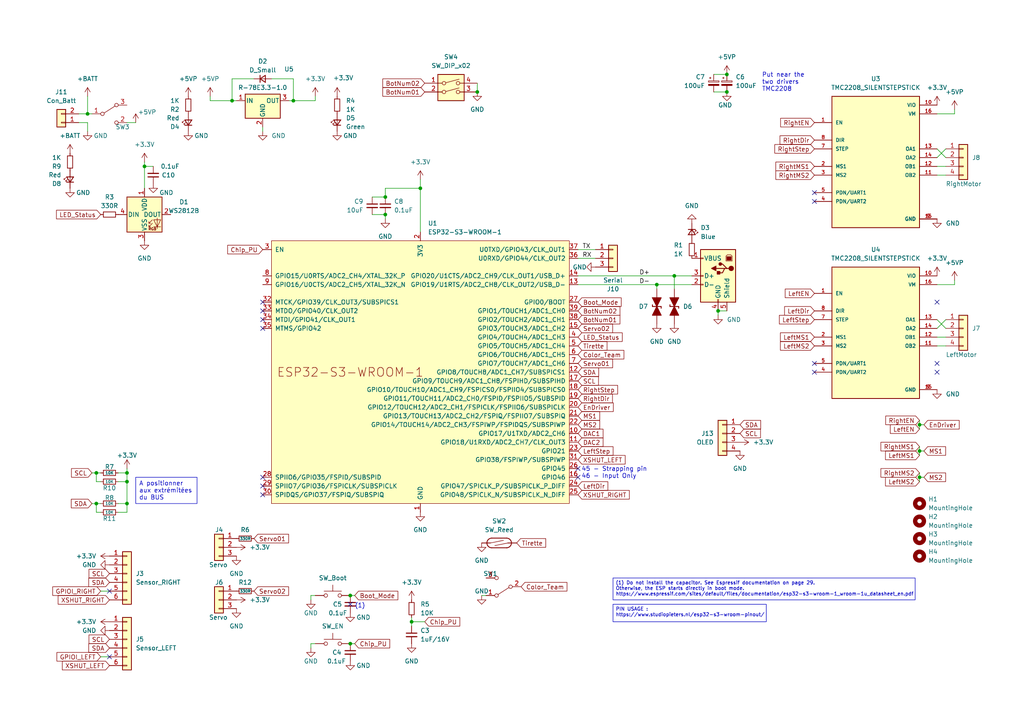
<source format=kicad_sch>
(kicad_sch (version 20231120) (generator "eeschema") (generator_version "8.0")
  (paper "A4")
  (lib_symbols
    (symbol "Connector:USB_B" (pin_names (offset 1.016))
      (property "Reference" "J" (at -5.08 11.43 0))
      (property "Value" "USB_B" (at -5.08 8.89 0))
      (symbol "USB_B_1_1"
        (pin power_out line (at 7.62 5.08 180) (length 2.54) (name "VBUS") (number "1"))
        (pin bidirectional line (at 7.62 -2.54 180) (length 2.54) (name "D-") (number "2"))
        (pin bidirectional line (at 7.62 0 180) (length 2.54) (name "D+") (number "3"))
        (pin power_out line (at 0 -10.16 90) (length 2.54) (name "GND") (number "4"))
        (pin passive line (at -2.54 -10.16 90) (length 2.54) (name "Shield") (number "5"))
      )
    )
    (symbol "Connector_Generic:Conn_01x02" (pin_names (offset 1.016) hide)
      (property "Reference" "J" (at 0 2.54 0))
      (property "Value" "Conn_01x02" (at 0 -5.08 0))
      (symbol "Conn_01x02_1_1"
        (pin passive line (at -5.08 0 0) (length 3.81) (name "Pin_1") (number "1"))
        (pin passive line (at -5.08 -2.54 0) (length 3.81) (name "Pin_2") (number "2"))
      )
    )
    (symbol "Connector_Generic:Conn_01x03" (pin_names (offset 1.016) hide)
      (property "Reference" "J" (at 0 5.08 0))
      (property "Value" "Conn_01x03" (at 0 -5.08 0))
      (symbol "Conn_01x03_1_1"
        (pin passive line (at -5.08 2.54 0) (length 3.81) (name "Pin_1") (number "1"))
        (pin passive line (at -5.08 0 0) (length 3.81) (name "Pin_2") (number "2"))
        (pin passive line (at -5.08 -2.54 0) (length 3.81) (name "Pin_3") (number "3"))
      )
    )
    (symbol "Connector_Generic:Conn_01x04" (pin_names (offset 1.016) hide)
      (property "Reference" "J" (at 0 5.08 0))
      (property "Value" "Conn_01x04" (at 0 -7.62 0))
      (symbol "Conn_01x04_1_1"
        (pin passive line (at -5.08 2.54 0) (length 3.81) (name "Pin_1") (number "1"))
        (pin passive line (at -5.08 0 0) (length 3.81) (name "Pin_2") (number "2"))
        (pin passive line (at -5.08 -2.54 0) (length 3.81) (name "Pin_3") (number "3"))
        (pin passive line (at -5.08 -5.08 0) (length 3.81) (name "Pin_4") (number "4"))
      )
    )
    (symbol "Connector_Generic:Conn_01x06" (pin_names (offset 1.016) hide)
      (property "Reference" "J" (at 0 7.62 0))
      (property "Value" "Conn_01x06" (at 0 -10.16 0))
      (symbol "Conn_01x06_1_1"
        (pin passive line (at -5.08 5.08 0) (length 3.81) (name "Pin_1") (number "1"))
        (pin passive line (at -5.08 2.54 0) (length 3.81) (name "Pin_2") (number "2"))
        (pin passive line (at -5.08 0 0) (length 3.81) (name "Pin_3") (number "3"))
        (pin passive line (at -5.08 -2.54 0) (length 3.81) (name "Pin_4") (number "4"))
        (pin passive line (at -5.08 -5.08 0) (length 3.81) (name "Pin_5") (number "5"))
        (pin passive line (at -5.08 -7.62 0) (length 3.81) (name "Pin_6") (number "6"))
      )
    )
    (symbol "Device:C_Polarized_Small" (pin_numbers hide) (pin_names (offset 0.254) hide)
      (property "Reference" "C" (at 0.254 1.778 0))
      (property "Value" "C_Polarized_Small" (at 0.254 -2.032 0))
      (symbol "C_Polarized_Small_1_1"
        (pin passive line (at 0 2.54 270) (length 1.8542) (name "~") (number "1"))
        (pin passive line (at 0 -2.54 90) (length 1.8542) (name "~") (number "2"))
      )
    )
    (symbol "Device:C_Small" (pin_numbers hide) (pin_names (offset 0.254) hide)
      (property "Reference" "C" (at 0.254 1.778 0))
      (property "Value" "C_Small" (at 0.254 -2.032 0))
      (symbol "C_Small_1_1"
        (pin passive line (at 0 2.54 270) (length 2.032) (name "~") (number "1"))
        (pin passive line (at 0 -2.54 90) (length 2.032) (name "~") (number "2"))
      )
    )
    (symbol "Device:D_Small" (pin_numbers hide) (pin_names (offset 0.254) hide)
      (property "Reference" "D" (at -1.27 2.032 0))
      (property "Value" "D_Small" (at -3.81 -2.032 0))
      (symbol "D_Small_1_1"
        (pin passive line (at -2.54 0 0) (length 1.778) (name "K") (number "1"))
        (pin passive line (at 2.54 0 180) (length 1.778) (name "A") (number "2"))
      )
    )
    (symbol "Device:LED_Small" (pin_numbers hide) (pin_names (offset 0.254) hide)
      (property "Reference" "D" (at -1.27 3.175 0))
      (property "Value" "LED_Small" (at -4.445 -2.54 0))
      (symbol "LED_Small_1_1"
        (pin passive line (at -2.54 0 0) (length 1.778) (name "K") (number "1"))
        (pin passive line (at 2.54 0 180) (length 1.778) (name "A") (number "2"))
      )
    )
    (symbol "Device:R_Small" (pin_numbers hide) (pin_names (offset 0.254) hide)
      (property "Reference" "R" (at 0.762 0.508 0))
      (property "Value" "R_Small" (at 0.762 -1.016 0))
      (symbol "R_Small_1_1"
        (pin passive line (at 0 2.54 270) (length 0.762) (name "~") (number "1"))
        (pin passive line (at 0 -2.54 90) (length 0.762) (name "~") (number "2"))
      )
    )
    (symbol "LED:WS2812B" (pin_names (offset 0.254))
      (property "Reference" "D" (at 5.08 5.715 0))
      (property "Value" "WS2812B" (at 1.27 -5.715 0))
      (symbol "WS2812B_0_0"
        (text "RGB" (at 2.286 -4.191 0) (effects (font (size 0.762 0.762))))
      )
      (symbol "WS2812B_1_1"
        (pin power_in line (at 0 7.62 270) (length 2.54) (name "VDD") (number "1"))
        (pin output line (at 7.62 0 180) (length 2.54) (name "DOUT") (number "2"))
        (pin power_in line (at 0 -7.62 90) (length 2.54) (name "VSS") (number "3"))
        (pin input line (at -7.62 0 0) (length 2.54) (name "DIN") (number "4"))
      )
    )
    (symbol "Mechanical:MountingHole" (pin_names (offset 1.016))
      (property "Reference" "H" (at 0 5.08 0))
      (property "Value" "MountingHole" (at 0 3.175 0))
    )
    (symbol "PAMI-2025:TMC2208_SILENTSTEPSTICK" (pin_names (offset 1.016))
      (property "Reference" "U" (at -12.7 19.05 0))
      (property "Value" "TMC2208_SILENTSTEPSTICK" (at -12.7 -22.86 0))
      (symbol "TMC2208_SILENTSTEPSTICK_1_0"
        (pin input line (at -17.78 10.16 0) (length 5.08) (name "EN") (number "1"))
        (pin power_in line (at 17.78 15.24 180) (length 5.08) (name "VIO") (number "10"))
        (pin passive line (at 17.78 -5.08 180) (length 5.08) (name "OB2") (number "11"))
        (pin passive line (at 17.78 -2.54 180) (length 5.08) (name "OB1") (number "12"))
        (pin passive line (at 17.78 2.54 180) (length 5.08) (name "OA1") (number "13"))
        (pin passive line (at 17.78 0 180) (length 5.08) (name "OA2") (number "14"))
        (pin power_in line (at 17.78 -17.78 180) (length 5.08) (name "GND") (number "15"))
        (pin power_in line (at 17.78 12.7 180) (length 5.08) (name "VM") (number "16"))
        (pin input line (at -17.78 -2.54 0) (length 5.08) (name "MS1") (number "2"))
        (pin input line (at -17.78 -5.08 0) (length 5.08) (name "MS2") (number "3"))
        (pin bidirectional line (at -17.78 -12.7 0) (length 5.08) (name "PDN/UART2") (number "4"))
        (pin bidirectional line (at -17.78 -10.16 0) (length 5.08) (name "PDN/UART1") (number "5"))
        (pin input line (at -17.78 2.54 0) (length 5.08) (name "STEP") (number "7"))
        (pin input line (at -17.78 5.08 0) (length 5.08) (name "DIR") (number "8"))
        (pin power_in line (at 17.78 -17.78 180) (length 5.08) (name "GND") (number "9"))
      )
    )
    (symbol "PCM_Diode_TVS_AKL:D_TVS_Bidirectional_Generic" (pin_numbers hide) (pin_names (offset 1.016) hide)
      (property "Reference" "D" (at 0 5.08 0))
      (property "Value" "D_TVS_Bidirectional_Generic" (at 0 2.54 0))
      (symbol "D_TVS_Bidirectional_Generic_1_1"
        (pin passive line (at -5.08 0 0) (length 2.54) (name "K") (number "1"))
        (pin passive line (at 5.08 0 180) (length 2.54) (name "A") (number "2"))
      )
    )
    (symbol "PCM_Espressif:ESP32-S3-WROOM-1" (pin_names (offset 1.016))
      (property "Reference" "U" (at -43.18 43.18 0))
      (property "Value" "ESP32-S3-WROOM-1" (at -43.18 40.64 0))
      (symbol "ESP32-S3-WROOM-1_0_0"
        (text "ESP32-S3-WROOM-1" (at -20.32 0 0) (effects (font (size 2.54 2.54))))
        (pin power_in line (at 0 -40.64 90) (length 2.54) (name "GND") (number "1"))
        (pin bidirectional line (at 45.72 -17.78 180) (length 2.54) (name "GPIO17/U1TXD/ADC2_CH6") (number "10"))
        (pin bidirectional line (at 45.72 -20.32 180) (length 2.54) (name "GPIO18/U1RXD/ADC2_CH7/CLK_OUT3") (number "11"))
        (pin bidirectional line (at 45.72 0 180) (length 2.54) (name "GPIO8/TOUCH8/ADC1_CH7/SUBSPICS1") (number "12"))
        (pin bidirectional line (at 45.72 25.4 180) (length 2.54) (name "GPIO19/U1RTS/ADC2_CH8/CLK_OUT2/USB_D-") (number "13"))
        (pin bidirectional line (at 45.72 27.94 180) (length 2.54) (name "GPIO20/U1CTS/ADC2_CH9/CLK_OUT1/USB_D+") (number "14"))
        (pin bidirectional line (at 45.72 12.7 180) (length 2.54) (name "GPIO3/TOUCH3/ADC1_CH2") (number "15"))
        (pin bidirectional line (at 45.72 -30.48 180) (length 2.54) (name "GPIO46") (number "16"))
        (pin bidirectional line (at 45.72 -2.54 180) (length 2.54) (name "GPIO9/TOUCH9/ADC1_CH8/FSPIHD/SUBSPIHD") (number "17"))
        (pin bidirectional line (at 45.72 -5.08 180) (length 2.54) (name "GPIO10/TOUCH10/ADC1_CH9/FSPICS0/FSPIIO4/SUBSPICS0") (number "18"))
        (pin bidirectional line (at 45.72 -7.62 180) (length 2.54) (name "GPIO11/TOUCH11/ADC2_CH0/FSPID/FSPIIO5/SUBSPID") (number "19"))
        (pin power_in line (at 0 40.64 270) (length 2.54) (name "3V3") (number "2"))
        (pin bidirectional line (at 45.72 -10.16 180) (length 2.54) (name "GPIO12/TOUCH12/ADC2_CH1/FSPICLK/FSPIIO6/SUBSPICLK") (number "20"))
        (pin bidirectional line (at 45.72 -12.7 180) (length 2.54) (name "GPIO13/TOUCH13/ADC2_CH2/FSPIQ/FSPIIO7/SUBSPIQ") (number "21"))
        (pin bidirectional line (at 45.72 -15.24 180) (length 2.54) (name "GPIO14/TOUCH14/ADC2_CH3/FSPIWP/FSPIDQS/SUBSPIWP") (number "22"))
        (pin bidirectional line (at 45.72 -22.86 180) (length 2.54) (name "GPIO21") (number "23"))
        (pin bidirectional line (at 45.72 -33.02 180) (length 2.54) (name "GPIO47/SPICLK_P/SUBSPICLK_P_DIFF") (number "24"))
        (pin bidirectional line (at 45.72 -35.56 180) (length 2.54) (name "GPIO48/SPICLK_N/SUBSPICLK_N_DIFF") (number "25"))
        (pin bidirectional line (at 45.72 -27.94 180) (length 2.54) (name "GPIO45") (number "26"))
        (pin bidirectional line (at 45.72 20.32 180) (length 2.54) (name "GPIO0/BOOT") (number "27"))
        (pin bidirectional line (at -45.72 -30.48 0) (length 2.54) (name "SPIIO6/GPIO35/FSPID/SUBSPID") (number "28"))
        (pin bidirectional line (at -45.72 -33.02 0) (length 2.54) (name "SPIIO7/GPIO36/FSPICLK/SUBSPICLK") (number "29"))
        (pin input line (at -45.72 35.56 0) (length 2.54) (name "EN") (number "3"))
        (pin bidirectional line (at -45.72 -35.56 0) (length 2.54) (name "SPIDQS/GPIO37/FSPIQ/SUBSPIQ") (number "30"))
        (pin bidirectional line (at 45.72 -25.4 180) (length 2.54) (name "GPIO38/FSPIWP/SUBSPIWP") (number "31"))
        (pin bidirectional line (at -45.72 20.32 0) (length 2.54) (name "MTCK/GPIO39/CLK_OUT3/SUBSPICS1") (number "32"))
        (pin bidirectional line (at -45.72 17.78 0) (length 2.54) (name "MTDO/GPIO40/CLK_OUT2") (number "33"))
        (pin bidirectional line (at -45.72 15.24 0) (length 2.54) (name "MTDI/GPIO41/CLK_OUT1") (number "34"))
        (pin bidirectional line (at -45.72 12.7 0) (length 2.54) (name "MTMS/GPIO42") (number "35"))
        (pin bidirectional line (at 45.72 33.02 180) (length 2.54) (name "U0RXD/GPIO44/CLK_OUT2") (number "36"))
        (pin bidirectional line (at 45.72 35.56 180) (length 2.54) (name "U0TXD/GPIO43/CLK_OUT1") (number "37"))
        (pin bidirectional line (at 45.72 15.24 180) (length 2.54) (name "GPIO2/TOUCH2/ADC1_CH1") (number "38"))
        (pin bidirectional line (at 45.72 17.78 180) (length 2.54) (name "GPIO1/TOUCH1/ADC1_CH0") (number "39"))
        (pin bidirectional line (at 45.72 10.16 180) (length 2.54) (name "GPIO4/TOUCH4/ADC1_CH3") (number "4"))
        (pin passive line (at 0 -40.64 90) (length 2.54) hide (name "GND") (number "40"))
        (pin passive line (at 0 -40.64 90) (length 2.54) hide (name "GND") (number "41"))
        (pin bidirectional line (at 45.72 7.62 180) (length 2.54) (name "GPIO5/TOUCH5/ADC1_CH4") (number "5"))
        (pin bidirectional line (at 45.72 5.08 180) (length 2.54) (name "GPIO6/TOUCH6/ADC1_CH5") (number "6"))
        (pin bidirectional line (at 45.72 2.54 180) (length 2.54) (name "GPIO7/TOUCH7/ADC1_CH6") (number "7"))
        (pin bidirectional line (at -45.72 27.94 0) (length 2.54) (name "GPIO15/U0RTS/ADC2_CH4/XTAL_32K_P") (number "8"))
        (pin bidirectional line (at -45.72 25.4 0) (length 2.54) (name "GPIO16/U0CTS/ADC2_CH5/XTAL_32K_N") (number "9"))
      )
    )
    (symbol "Regulator_Switching:R-78E3.3-1.0" (pin_names (offset 0.254))
      (property "Reference" "U" (at -3.81 3.175 0))
      (property "Value" "R-78E3.3-1.0" (at 0 3.175 0))
      (symbol "R-78E3.3-1.0_1_1"
        (pin power_in line (at -7.62 0 0) (length 2.54) (name "IN") (number "1"))
        (pin power_in line (at 0 -7.62 90) (length 2.54) (name "GND") (number "2"))
        (pin power_out line (at 7.62 0 180) (length 2.54) (name "OUT") (number "3"))
      )
    )
    (symbol "SW_SPDT_1" (pin_names (offset 0) hide)
      (property "Reference" "SW3" (at 3.81 -3.81 0))
      (symbol "SW_SPDT_1_1_1"
        (pin passive line (at -5.08 0 0) (length 2.54) (name "B") (number "1"))
        (pin passive line (at 5.08 -2.54 180) (length 2.54) (name "C") (number "2"))
        (pin passive line (at 5.08 2.54 180) (length 2.54) (name "A") (number "3"))
      )
    )
    (symbol "Switch:SW_DIP_x02" (pin_names (offset 0) hide)
      (property "Reference" "SW" (at 0 6.35 0))
      (property "Value" "SW_DIP_x02" (at 0 -3.81 0))
      (symbol "SW_DIP_x02_1_1"
        (pin passive line (at -7.62 2.54 0) (length 5.08) (name "~") (number "1"))
        (pin passive line (at -7.62 0 0) (length 5.08) (name "~") (number "2"))
        (pin passive line (at 7.62 0 180) (length 5.08) (name "~") (number "3"))
        (pin passive line (at 7.62 2.54 180) (length 5.08) (name "~") (number "4"))
      )
    )
    (symbol "Switch:SW_Push" (pin_numbers hide) (pin_names (offset 1.016) hide)
      (property "Reference" "SW" (at 1.27 2.54 0))
      (property "Value" "SW_Push" (at 0 -1.524 0))
      (symbol "SW_Push_0_1"
        (pin passive line (at -5.08 0 0) (length 2.54) (name "1") (number "1"))
        (pin passive line (at 5.08 0 180) (length 2.54) (name "2") (number "2"))
      )
    )
    (symbol "Switch:SW_Reed" (pin_numbers hide) (pin_names (offset 0) hide)
      (property "Reference" "SW" (at 0 2.54 0))
      (property "Value" "SW_Reed" (at 0 -2.54 0))
      (symbol "SW_Reed_1_1"
        (pin passive line (at -5.08 0 0) (length 2.54) (name "1") (number "1"))
        (pin passive line (at 5.08 0 180) (length 2.54) (name "2") (number "2"))
      )
    )
    (symbol "Switch:SW_SPDT" (pin_names (offset 0) hide)
      (property "Reference" "SW" (at 0 4.318 0))
      (property "Value" "SW_SPDT" (at 0 -5.08 0))
      (symbol "SW_SPDT_1_1"
        (pin passive line (at 5.08 2.54 180) (length 2.54) (name "A") (number "1"))
        (pin passive line (at -5.08 0 0) (length 2.54) (name "B") (number "2"))
        (pin passive line (at 5.08 -2.54 180) (length 2.54) (name "C") (number "3"))
      )
    )
    (symbol "power:+3.3V" (power) (pin_names (offset 0))
      (property "Value" "+3.3V" (at 0 3.556 0))
      (symbol "+3.3V_1_1"
        (pin power_in line (at 0 0 90) (length 0) hide (name "+3.3V") (number "1"))
      )
    )
    (symbol "power:+5VP" (power) (pin_names (offset 0))
      (property "Value" "+5VP" (at 0 3.556 0))
      (symbol "+5VP_1_1"
        (pin power_in line (at 0 0 90) (length 0) hide (name "+5VP") (number "1"))
      )
    )
    (symbol "power:+BATT" (power) (pin_names (offset 0))
      (property "Value" "+BATT" (at 0 3.556 0))
      (symbol "+BATT_1_1"
        (pin power_in line (at 0 0 90) (length 0) hide (name "+BATT") (number "1"))
      )
    )
    (symbol "power:GND" (power) (pin_names (offset 0))
      (property "Value" "GND" (at 0 -3.81 0))
      (symbol "GND_1_1"
        (pin power_in line (at 0 0 270) (length 0) hide (name "GND") (number "1"))
      )
    )
  )
  (junction (at 190.5 82.55))
  (junction (at 27.94 137.16))
  (junction (at 195.58 80.01))
  (junction (at 67.31 29.21))
  (junction (at 36.83 137.16))
  (junction (at 138.43 26.67))
  (junction (at 85.09 29.21))
  (junction (at 111.76 57.15))
  (junction (at 111.76 62.23))
  (junction (at 101.6 172.72))
  (junction (at 208.28 90.17))
  (junction (at 25.4 33.02))
  (junction (at 41.91 48.26))
  (junction (at 121.92 54.61))
  (junction (at 36.83 139.7))
  (junction (at 210.82 26.67))
  (junction (at 266.7 130.81))
  (junction (at 119.38 180.34))
  (junction (at 210.82 21.59))
  (junction (at 27.94 146.05))
  (junction (at 101.6 186.69))
  (junction (at 36.83 146.05))
  (junction (at 266.7 138.43))
  (junction (at 266.7 123.19))
  (no_connect (at 236.22 105.41))
  (no_connect (at 236.22 58.42))
  (no_connect (at 76.2 92.71))
  (no_connect (at 76.2 140.97))
  (no_connect (at 76.2 90.17))
  (no_connect (at 31.75 190.5))
  (no_connect (at 236.22 55.88))
  (no_connect (at 31.75 171.45))
  (no_connect (at 167.64 135.89))
  (no_connect (at 76.2 87.63))
  (no_connect (at 271.78 105.41))
  (no_connect (at 76.2 138.43))
  (no_connect (at 101.6 175.26))
  (no_connect (at 271.78 87.63))
  (no_connect (at 236.22 107.95))
  (no_connect (at 271.78 107.95))
  (no_connect (at 76.2 143.51))
  (no_connect (at 76.2 95.25))
  (no_connect (at 167.64 138.43))
  (wire (pts (xy 85.09 22.86) (xy 85.09 29.21)))
  (wire (pts (xy 36.83 137.16) (xy 36.83 139.7)))
  (wire (pts (xy 29.21 171.45) (xy 31.75 171.45)))
  (wire (pts (xy 119.38 180.34) (xy 119.38 181.61)))
  (wire (pts (xy 266.7 123.19) (xy 266.7 124.46)))
  (wire (pts (xy 138.43 24.13) (xy 138.43 26.67)))
  (wire (pts (xy 276.86 81.28) (xy 276.86 82.55)))
  (wire (pts (xy 90.17 172.72) (xy 91.44 172.72)))
  (wire (pts (xy 78.74 22.86) (xy 85.09 22.86)))
  (wire (pts (xy 119.38 179.07) (xy 119.38 180.34)))
  (wire (pts (xy 276.86 33.02) (xy 271.78 33.02)))
  (wire (pts (xy 107.95 62.23) (xy 111.76 62.23)))
  (wire (pts (xy 276.86 31.75) (xy 276.86 33.02)))
  (wire (pts (xy 111.76 57.15) (xy 111.76 54.61)))
  (wire (pts (xy 208.28 90.17) (xy 210.82 90.17)))
  (wire (pts (xy 27.94 139.7) (xy 27.94 137.16)))
  (wire (pts (xy 29.21 148.59) (xy 27.94 148.59)))
  (wire (pts (xy 207.01 26.67) (xy 210.82 26.67)))
  (wire (pts (xy 190.5 83.82) (xy 190.5 82.55)))
  (wire (pts (xy 41.91 46.99) (xy 41.91 48.26)))
  (wire (pts (xy 101.6 172.72) (xy 102.87 172.72)))
  (wire (pts (xy 73.66 22.86) (xy 67.31 22.86)))
  (wire (pts (xy 266.7 138.43) (xy 267.97 138.43)))
  (wire (pts (xy 195.58 80.01) (xy 200.66 80.01)))
  (wire (pts (xy 207.01 21.59) (xy 210.82 21.59)))
  (wire (pts (xy 271.78 92.71) (xy 274.32 95.25)))
  (wire (pts (xy 41.91 48.26) (xy 44.45 48.26)))
  (wire (pts (xy 25.4 33.02) (xy 26.67 33.02)))
  (wire (pts (xy 139.7 172.72) (xy 140.97 172.72)))
  (wire (pts (xy 29.21 139.7) (xy 27.94 139.7)))
  (wire (pts (xy 26.67 146.05) (xy 27.94 146.05)))
  (wire (pts (xy 36.83 139.7) (xy 36.83 146.05)))
  (wire (pts (xy 121.92 52.07) (xy 121.92 54.61)))
  (wire (pts (xy 167.64 82.55) (xy 190.5 82.55)))
  (wire (pts (xy 90.17 186.69) (xy 91.44 186.69)))
  (wire (pts (xy 36.83 148.59) (xy 36.83 146.05)))
  (wire (pts (xy 266.7 129.54) (xy 266.7 130.81)))
  (wire (pts (xy 60.96 27.94) (xy 60.96 29.21)))
  (wire (pts (xy 266.7 123.19) (xy 267.97 123.19)))
  (wire (pts (xy 266.7 137.16) (xy 266.7 138.43)))
  (wire (pts (xy 85.09 29.21) (xy 91.44 29.21)))
  (wire (pts (xy 195.58 83.82) (xy 195.58 80.01)))
  (wire (pts (xy 22.86 33.02) (xy 25.4 33.02)))
  (wire (pts (xy 271.78 95.25) (xy 274.32 92.71)))
  (wire (pts (xy 119.38 180.34) (xy 123.19 180.34)))
  (wire (pts (xy 121.92 54.61) (xy 121.92 67.31)))
  (wire (pts (xy 41.91 48.26) (xy 41.91 54.61)))
  (wire (pts (xy 266.7 130.81) (xy 266.7 132.08)))
  (wire (pts (xy 271.78 97.79) (xy 274.32 97.79)))
  (wire (pts (xy 271.78 45.72) (xy 274.32 43.18)))
  (wire (pts (xy 25.4 35.56) (xy 25.4 38.1)))
  (wire (pts (xy 271.78 100.33) (xy 274.32 100.33)))
  (wire (pts (xy 91.44 29.21) (xy 91.44 27.94)))
  (wire (pts (xy 34.29 139.7) (xy 36.83 139.7)))
  (wire (pts (xy 167.64 72.39) (xy 172.72 72.39)))
  (wire (pts (xy 34.29 146.05) (xy 36.83 146.05)))
  (wire (pts (xy 111.76 54.61) (xy 121.92 54.61)))
  (wire (pts (xy 76.2 36.83) (xy 76.2 38.1)))
  (wire (pts (xy 25.4 35.56) (xy 22.86 35.56)))
  (wire (pts (xy 266.7 130.81) (xy 267.97 130.81)))
  (wire (pts (xy 167.64 74.93) (xy 172.72 74.93)))
  (wire (pts (xy 83.82 29.21) (xy 85.09 29.21)))
  (wire (pts (xy 36.83 135.89) (xy 36.83 137.16)))
  (wire (pts (xy 90.17 172.72) (xy 90.17 173.99)))
  (wire (pts (xy 90.17 187.96) (xy 90.17 186.69)))
  (wire (pts (xy 271.78 48.26) (xy 274.32 48.26)))
  (wire (pts (xy 266.7 121.92) (xy 266.7 123.19)))
  (wire (pts (xy 27.94 146.05) (xy 29.21 146.05)))
  (wire (pts (xy 60.96 29.21) (xy 67.31 29.21)))
  (wire (pts (xy 167.64 80.01) (xy 195.58 80.01)))
  (wire (pts (xy 25.4 27.94) (xy 25.4 33.02)))
  (wire (pts (xy 208.28 90.17) (xy 208.28 91.44)))
  (wire (pts (xy 101.6 186.69) (xy 102.87 186.69)))
  (wire (pts (xy 27.94 148.59) (xy 27.94 146.05)))
  (wire (pts (xy 271.78 43.18) (xy 274.32 45.72)))
  (wire (pts (xy 266.7 138.43) (xy 266.7 139.7)))
  (wire (pts (xy 26.67 137.16) (xy 27.94 137.16)))
  (wire (pts (xy 27.94 137.16) (xy 29.21 137.16)))
  (wire (pts (xy 67.31 22.86) (xy 67.31 29.21)))
  (wire (pts (xy 34.29 137.16) (xy 36.83 137.16)))
  (wire (pts (xy 111.76 62.23) (xy 111.76 63.5)))
  (wire (pts (xy 276.86 82.55) (xy 271.78 82.55)))
  (wire (pts (xy 29.21 190.5) (xy 31.75 190.5)))
  (wire (pts (xy 271.78 50.8) (xy 274.32 50.8)))
  (wire (pts (xy 190.5 82.55) (xy 200.66 82.55)))
  (wire (pts (xy 107.95 57.15) (xy 111.76 57.15)))
  (wire (pts (xy 34.29 148.59) (xy 36.83 148.59)))
  (wire (pts (xy 39.37 35.56) (xy 36.83 35.56)))
  (wire (pts (xy 67.31 29.21) (xy 68.58 29.21)))
  (text_box "PIN USAGE : https://www.studiopieters.nl/esp32-s3-wroom-pinout/" (at 177.8 175.26 0) (size 44.45 5.08) (effects (font (size 1 1)) (justify left top)))
  (text_box "A positionner aux extrémitées du BUS" (at 39.37 138.43 0) (size 17.78 7.62) (effects (font (size 1.27 1.27)) (justify left top)))
  (text_box "(1) Do not install the capacitor. See Espressif documentation on page 29.\nOtherwise, the ESP starts directly in boot mode.\nhttps://www.espressif.com/sites/default/files/documentation/esp32-s3-wroom-1_wroom-1u_datasheet_en.pdf" (at 177.8 167.64 0) (size 87.63 6.35) (effects (font (size 1 1)) (justify left top)))
  (text "Put near the \ntwo drivers\nTMC2208" (at 220.98 26.67 0) (effects (font (size 1.27 1.27)) (justify left bottom)))
  (text "(1)" (at 102.87 176.53 0) (effects (font (size 1.27 1.27)) (justify left bottom)))
  (text "45 - Strapping pin\n46 - Input Only" (at 168.6558 138.9382 0) (effects (font (size 1.27 1.27)) (justify left bottom)))
  (label "D-" (at 185.42 82.55 0))
  (label "D+" (at 185.42 80.01 0))
  (label "TX" (at 168.91 72.39 0))
  (label "RX" (at 168.91 74.93 0))
  (global_label "EnDriver" (shape input) (at 167.64 118.11 0) (property "Intersheetrefs" "${INTERSHEET_REFS}" (effects (hide yes))))
  (global_label "LeftEN" (shape input) (at 266.7 124.46 180) (property "Intersheetrefs" "${INTERSHEET_REFS}" (effects (hide yes))))
  (global_label "SDA" (shape input) (at 214.63 123.19 0) (property "Intersheetrefs" "${INTERSHEET_REFS}" (effects (hide yes))))
  (global_label "DAC1" (shape input) (at 167.64 125.73 0) (property "Intersheetrefs" "${INTERSHEET_REFS}" (effects (hide yes))))
  (global_label "MS2" (shape input) (at 167.64 123.19 0) (property "Intersheetrefs" "${INTERSHEET_REFS}" (effects (hide yes))))
  (global_label "Servo02" (shape input) (at 167.64 95.25 0) (property "Intersheetrefs" "${INTERSHEET_REFS}" (effects (hide yes))))
  (global_label "Servo02" (shape input) (at 73.66 171.45 0) (property "Intersheetrefs" "${INTERSHEET_REFS}" (effects (hide yes))))
  (global_label "Tirette" (shape input) (at 149.86 157.48 0) (property "Intersheetrefs" "${INTERSHEET_REFS}" (effects (hide yes))))
  (global_label "SDA" (shape input) (at 26.67 146.05 180) (property "Intersheetrefs" "${INTERSHEET_REFS}" (effects (hide yes))))
  (global_label "MS1" (shape input) (at 167.64 120.65 0) (property "Intersheetrefs" "${INTERSHEET_REFS}" (effects (hide yes))))
  (global_label "LED_Status" (shape input) (at 29.21 62.23 180) (property "Intersheetrefs" "${INTERSHEET_REFS}" (effects (hide yes))))
  (global_label "RightMS1" (shape input) (at 236.22 48.26 180) (property "Intersheetrefs" "${INTERSHEET_REFS}" (effects (hide yes))))
  (global_label "LeftEN" (shape input) (at 236.22 85.09 180) (property "Intersheetrefs" "${INTERSHEET_REFS}" (effects (hide yes))))
  (global_label "Boot_Mode" (shape input) (at 102.87 172.72 0) (property "Intersheetrefs" "${INTERSHEET_REFS}" (effects (hide yes))))
  (global_label "LeftDir" (shape input) (at 236.22 90.17 180) (property "Intersheetrefs" "${INTERSHEET_REFS}" (effects (hide yes))))
  (global_label "Servo01" (shape input) (at 73.66 156.21 0) (property "Intersheetrefs" "${INTERSHEET_REFS}" (effects (hide yes))))
  (global_label "LeftMS2" (shape input) (at 236.22 100.33 180) (property "Intersheetrefs" "${INTERSHEET_REFS}" (effects (hide yes))))
  (global_label "Chip_PU" (shape input) (at 102.87 186.69 0) (property "Intersheetrefs" "${INTERSHEET_REFS}" (effects (hide yes))))
  (global_label "BotNum02" (shape input) (at 123.19 24.13 180) (property "Intersheetrefs" "${INTERSHEET_REFS}" (effects (hide yes))))
  (global_label "SCL" (shape input) (at 26.67 137.16 180) (property "Intersheetrefs" "${INTERSHEET_REFS}" (effects (hide yes))))
  (global_label "BotNum01" (shape input) (at 167.64 92.71 0) (property "Intersheetrefs" "${INTERSHEET_REFS}" (effects (hide yes))))
  (global_label "MS2" (shape input) (at 267.97 138.43 0) (property "Intersheetrefs" "${INTERSHEET_REFS}" (effects (hide yes))))
  (global_label "RightEN" (shape input) (at 236.22 35.56 180) (property "Intersheetrefs" "${INTERSHEET_REFS}" (effects (hide yes))))
  (global_label "GPIOI_LEFT" (shape input) (at 29.21 190.5 180) (property "Intersheetrefs" "${INTERSHEET_REFS}" (effects (hide yes))))
  (global_label "RightMS1" (shape input) (at 266.7 129.54 180) (property "Intersheetrefs" "${INTERSHEET_REFS}" (effects (hide yes))))
  (global_label "SCL" (shape input) (at 167.64 110.49 0) (property "Intersheetrefs" "${INTERSHEET_REFS}" (effects (hide yes))))
  (global_label "SDA" (shape input) (at 31.75 187.96 180) (property "Intersheetrefs" "${INTERSHEET_REFS}" (effects (hide yes))))
  (global_label "Tirette" (shape input) (at 167.64 100.33 0) (property "Intersheetrefs" "${INTERSHEET_REFS}" (effects (hide yes))))
  (global_label "DAC2" (shape input) (at 167.64 128.27 0) (property "Intersheetrefs" "${INTERSHEET_REFS}" (effects (hide yes))))
  (global_label "RightMS2" (shape input) (at 266.7 137.16 180) (property "Intersheetrefs" "${INTERSHEET_REFS}" (effects (hide yes))))
  (global_label "EnDriver" (shape input) (at 267.97 123.19 0) (property "Intersheetrefs" "${INTERSHEET_REFS}" (effects (hide yes))))
  (global_label "XSHUT_RIGHT" (shape input) (at 167.64 143.51 0) (property "Intersheetrefs" "${INTERSHEET_REFS}" (effects (hide yes))))
  (global_label "XSHUT_LEFT" (shape input) (at 31.75 193.04 180) (property "Intersheetrefs" "${INTERSHEET_REFS}" (effects (hide yes))))
  (global_label "SCL" (shape input) (at 31.75 166.37 180) (property "Intersheetrefs" "${INTERSHEET_REFS}" (effects (hide yes))))
  (global_label "XSHUT_RIGHT" (shape input) (at 31.75 173.99 180) (property "Intersheetrefs" "${INTERSHEET_REFS}" (effects (hide yes))))
  (global_label "LeftStep" (shape input) (at 236.22 92.71 180) (property "Intersheetrefs" "${INTERSHEET_REFS}" (effects (hide yes))))
  (global_label "RightMS2" (shape input) (at 236.22 50.8 180) (property "Intersheetrefs" "${INTERSHEET_REFS}" (effects (hide yes))))
  (global_label "LeftMS1" (shape input) (at 266.7 132.08 180) (property "Intersheetrefs" "${INTERSHEET_REFS}" (effects (hide yes))))
  (global_label "RightEN" (shape input) (at 266.7 121.92 180) (property "Intersheetrefs" "${INTERSHEET_REFS}" (effects (hide yes))))
  (global_label "Boot_Mode" (shape input) (at 167.64 87.63 0) (property "Intersheetrefs" "${INTERSHEET_REFS}" (effects (hide yes))))
  (global_label "LeftStep" (shape input) (at 167.64 130.81 0) (property "Intersheetrefs" "${INTERSHEET_REFS}" (effects (hide yes))))
  (global_label "LeftMS2" (shape input) (at 266.7 139.7 180) (property "Intersheetrefs" "${INTERSHEET_REFS}" (effects (hide yes))))
  (global_label "SCL" (shape input) (at 214.63 125.73 0) (property "Intersheetrefs" "${INTERSHEET_REFS}" (effects (hide yes))))
  (global_label "RightStep" (shape input) (at 167.64 113.03 0) (property "Intersheetrefs" "${INTERSHEET_REFS}" (effects (hide yes))))
  (global_label "Chip_PU" (shape input) (at 76.2 72.39 180) (property "Intersheetrefs" "${INTERSHEET_REFS}" (effects (hide yes))))
  (global_label "RightDir" (shape input) (at 167.64 115.57 0) (property "Intersheetrefs" "${INTERSHEET_REFS}" (effects (hide yes))))
  (global_label "BotNum02" (shape input) (at 167.64 90.17 0) (property "Intersheetrefs" "${INTERSHEET_REFS}" (effects (hide yes))))
  (global_label "Servo01" (shape input) (at 167.64 105.41 0) (property "Intersheetrefs" "${INTERSHEET_REFS}" (effects (hide yes))))
  (global_label "RightDir" (shape input) (at 236.22 40.64 180) (property "Intersheetrefs" "${INTERSHEET_REFS}" (effects (hide yes))))
  (global_label "MS1" (shape input) (at 267.97 130.81 0) (property "Intersheetrefs" "${INTERSHEET_REFS}" (effects (hide yes))))
  (global_label "LeftDir" (shape input) (at 167.64 140.97 0) (property "Intersheetrefs" "${INTERSHEET_REFS}" (effects (hide yes))))
  (global_label "GPIOI_RIGHT" (shape input) (at 29.21 171.45 180) (property "Intersheetrefs" "${INTERSHEET_REFS}" (effects (hide yes))))
  (global_label "XSHUT_LEFT" (shape input) (at 167.64 133.35 0) (property "Intersheetrefs" "${INTERSHEET_REFS}" (effects (hide yes))))
  (global_label "SCL" (shape input) (at 31.75 185.42 180) (property "Intersheetrefs" "${INTERSHEET_REFS}" (effects (hide yes))))
  (global_label "LED_Status" (shape input) (at 167.64 97.79 0) (property "Intersheetrefs" "${INTERSHEET_REFS}" (effects (hide yes))))
  (global_label "Chip_PU" (shape input) (at 123.19 180.34 0) (property "Intersheetrefs" "${INTERSHEET_REFS}" (effects (hide yes))))
  (global_label "Color_Team" (shape input) (at 167.64 102.87 0) (property "Intersheetrefs" "${INTERSHEET_REFS}" (effects (hide yes))))
  (global_label "RightStep" (shape input) (at 236.22 43.18 180) (property "Intersheetrefs" "${INTERSHEET_REFS}" (effects (hide yes))))
  (global_label "LeftMS1" (shape input) (at 236.22 97.79 180) (property "Intersheetrefs" "${INTERSHEET_REFS}" (effects (hide yes))))
  (global_label "BotNum01" (shape input) (at 123.19 26.67 180) (property "Intersheetrefs" "${INTERSHEET_REFS}" (effects (hide yes))))
  (global_label "SDA" (shape input) (at 31.75 168.91 180) (property "Intersheetrefs" "${INTERSHEET_REFS}" (effects (hide yes))))
  (global_label "Color_Team" (shape input) (at 151.13 170.18 0) (property "Intersheetrefs" "${INTERSHEET_REFS}" (effects (hide yes))))
  (global_label "SDA" (shape input) (at 167.64 107.95 0) (property "Intersheetrefs" "${INTERSHEET_REFS}" (effects (hide yes))))
  (symbol (lib_id "Mechanical:MountingHole") (at 266.7 146.05 0) (unit 1)
    (property "Reference" "H1" (at 269.24 144.78 0) (effects (justify left)))
    (property "Value" "MountingHole" (at 269.24 147.32 0) (effects (justify left)))
    (property "Footprint" "MountingHole:MountingHole_3.2mm_M3" (effects (hide yes)))
  )
  (symbol (lib_id "Device:C_Small") (at 119.38 184.15 0) (unit 1)
    (property "Reference" "C3" (at 121.92 182.8863 0) (effects (justify left)))
    (property "Value" "1uF/16V" (at 121.92 185.4263 0) (effects (justify left)))
    (property "Footprint" "Capacitor_SMD:C_1206_3216Metric" (effects (hide yes)))
  )
  (symbol (lib_id "power:+3.3V") (at 271.78 30.48 0) (unit 1)
    (property "Reference" "#PWR037" (effects (hide yes)))
    (property "Value" "+3.3V" (at 271.78 25.4 0))
  )
  (symbol (lib_id "power:GND") (at 41.91 69.85 0) (unit 1)
    (property "Reference" "#PWR02" (effects (hide yes)))
    (property "Value" "GND" (at 41.91 74.93 0))
  )
  (symbol (lib_id "Connector:USB_B") (at 208.28 80.01 0) (mirror y) (unit 1)
    (property "Reference" "J2" (effects (hide yes)))
    (property "Value" "USB_B" (effects (hide yes)))
    (property "Footprint" "Connector_USB:USB_B_Lumberg_2411_02_Horizontal" (effects (hide yes)))
    (property "Datasheet" " ~" (effects (hide yes)))
  )
  (symbol (lib_id "power:GND") (at 271.78 63.5 0) (unit 1)
    (property "Reference" "#PWR011" (effects (hide yes)))
    (property "Value" "GND" (at 274.32 64.7699 0) (effects (justify left)))
  )
  (symbol (lib_id "Connector_Generic:Conn_01x02") (at 17.78 35.56 180) (unit 1)
    (property "Reference" "J11" (at 17.78 26.67 0))
    (property "Value" "Con_Batt" (at 17.78 29.21 0))
    (property "Footprint" "PAMI-2025:LP-e6 Batterie" (effects (hide yes)))
  )
  (symbol (lib_id "Connector_Generic:Conn_01x04") (at 279.4 95.25 0) (unit 1)
    (property "Reference" "J7" (at 281.94 95.25 0) (effects (justify left)))
    (property "Value" "LeftMotor" (at 274.32 102.87 0) (effects (justify left)))
    (property "Footprint" "Connector_PinHeader_2.54mm:PinHeader_1x04_P2.54mm_Vertical" (effects (hide yes)))
  )
  (symbol (lib_id "power:GND") (at 139.7 157.48 0) (unit 1)
    (property "Reference" "#PWR016" (effects (hide yes)))
    (property "Value" "GND" (at 139.7 162.56 0))
  )
  (symbol (lib_id "power:GND") (at 138.43 26.67 0) (unit 1)
    (property "Reference" "#PWR054" (effects (hide yes)))
    (property "Value" "GND" (at 138.43 31.75 0))
  )
  (symbol (lib_id "power:GND") (at 210.82 26.67 0) (unit 1)
    (property "Reference" "#PWR041" (effects (hide yes)))
    (property "Value" "GND" (at 208.28 30.48 0) (effects (justify left)))
  )
  (symbol (lib_id "Device:R_Small") (at 31.75 62.23 270) (unit 1)
    (property "Reference" "R3" (at 31.75 57.15 90))
    (property "Value" "330R" (at 31.75 59.69 90))
    (property "Footprint" "Resistor_SMD:R_1206_3216Metric_Pad1.30x1.75mm_HandSolder" (effects (hide yes)))
  )
  (symbol (lib_id "Connector_Generic:Conn_01x03") (at 63.5 173.99 0) (mirror y) (unit 1)
    (property "Reference" "J6" (at 64.77 168.91 0) (effects (justify left)))
    (property "Value" "Servo" (at 66.04 179.07 0) (effects (justify left)))
    (property "Footprint" "Connector_PinHeader_2.54mm:PinHeader_1x03_P2.54mm_Vertical" (effects (hide yes)))
  )
  (symbol (lib_id "Device:R_Small") (at 71.12 156.21 270) (mirror x) (unit 1)
    (property "Reference" "R6" (at 71.12 153.67 90))
    (property "Value" "330R" (at 71.12 156.21 90) (effects (font (size 0.8 0.8))))
    (property "Footprint" "Resistor_SMD:R_1206_3216Metric_Pad1.30x1.75mm_HandSolder" (effects (hide yes)))
  )
  (symbol (lib_id "Mechanical:MountingHole") (at 266.7 156.21 0) (unit 1)
    (property "Reference" "H3" (at 269.24 154.94 0) (effects (justify left)))
    (property "Value" "MountingHole" (at 269.24 157.48 0) (effects (justify left)))
    (property "Footprint" "MountingHole:MountingHole_3.2mm_M3" (effects (hide yes)))
  )
  (symbol (lib_id "Device:R_Small") (at 31.75 139.7 270) (mirror x) (unit 1)
    (property "Reference" "R10" (at 31.7362 141.549 90))
    (property "Value" "10K" (at 31.75 139.7 90) (effects (font (size 0.8 0.8))))
    (property "Footprint" "Resistor_SMD:R_1206_3216Metric_Pad1.30x1.75mm_HandSolder" (effects (hide yes)))
  )
  (symbol (lib_id "power:+3.3V") (at 68.58 158.75 270) (unit 1)
    (property "Reference" "#PWR01" (effects (hide yes)))
    (property "Value" "+3.3V" (at 72.39 158.7499 90) (effects (justify left)))
  )
  (symbol (lib_id "power:+BATT") (at 20.32 44.45 0) (unit 1)
    (property "Reference" "#PWR049" (effects (hide yes)))
    (property "Value" "+BATT" (at 20.32 39.37 0))
  )
  (symbol (lib_id "Device:R_Small") (at 200.66 72.39 0) (unit 1)
    (property "Reference" "R1" (at 198.12 71.12 0) (effects (justify right)))
    (property "Value" "1K" (at 198.12 73.66 0) (effects (justify right)))
    (property "Footprint" "Resistor_SMD:R_1206_3216Metric_Pad1.30x1.75mm_HandSolder" (effects (hide yes)))
  )
  (symbol (lib_id "power:GND") (at 25.4 38.1 0) (unit 1)
    (property "Reference" "#PWR044" (effects (hide yes)))
    (property "Value" "GND" (at 29.21 39.37 0))
  )
  (symbol (lib_id "power:+3.3V") (at 31.75 180.34 90) (unit 1)
    (property "Reference" "#PWR033" (effects (hide yes)))
    (property "Value" "+3.3V" (at 27.94 180.34 90) (effects (justify left)))
  )
  (symbol (lib_id "power:+5VP") (at 276.86 81.28 0) (unit 1)
    (property "Reference" "#PWR012" (effects (hide yes)))
    (property "Value" "+5VP" (at 276.86 76.2 0))
  )
  (symbol (lib_id "power:GND") (at 31.75 182.88 270) (mirror x) (unit 1)
    (property "Reference" "#PWR034" (effects (hide yes)))
    (property "Value" "GND" (at 27.94 182.8799 90) (effects (justify right)))
  )
  (symbol (lib_id "power:+3.3V") (at 31.75 161.29 90) (unit 1)
    (property "Reference" "#PWR031" (effects (hide yes)))
    (property "Value" "+3.3V" (at 27.94 161.29 90) (effects (justify left)))
  )
  (symbol (lib_id "Connector_Generic:Conn_01x03") (at 63.5 158.75 0) (mirror y) (unit 1)
    (property "Reference" "J4" (at 64.77 153.67 0) (effects (justify left)))
    (property "Value" "Servo" (at 66.04 163.83 0) (effects (justify left)))
    (property "Footprint" "Connector_PinHeader_2.54mm:PinHeader_1x03_P2.54mm_Vertical" (effects (hide yes)))
  )
  (symbol (lib_id "power:GND") (at 121.92 148.59 0) (unit 1)
    (property "Reference" "#PWR03" (effects (hide yes)))
    (property "Value" "GND" (at 121.92 153.67 0))
  )
  (symbol (lib_id "Regulator_Switching:R-78E3.3-1.0") (at 76.2 29.21 0) (unit 1)
    (property "Reference" "U5" (at 83.82 20.066 0))
    (property "Value" "R-78E3.3-1.0" (at 76.2 25.4 0))
    (property "Footprint" "Converter_DCDC:Converter_DCDC_RECOM_R-78E-0.5_THT" (effects (hide yes)))
    (property "Datasheet" "https://www.recom-power.com/pdf/Innoline/R-78Exx-1.0.pdf" (effects (hide yes)))
    (property "Description" "1A Step-Down DC/DC-Regulator, 6-28V input, 3.3V fixed Output Voltage, LM78xx replacement, -40°C to +85°C, SIP3" (effects (hide yes)))
  )
  (symbol (lib_id "power:GND") (at 190.5 93.98 0) (unit 1)
    (property "Reference" "#PWR046" (effects (hide yes)))
    (property "Value" "GND" (at 190.5 99.06 0))
  )
  (symbol (lib_id "power:GND") (at 68.58 176.53 0) (mirror y) (unit 1)
    (property "Reference" "#PWR039" (effects (hide yes)))
    (property "Value" "GND" (at 68.58 181.61 0))
  )
  (symbol (lib_id "power:GND") (at 208.28 91.44 0) (unit 1)
    (property "Reference" "#PWR014" (effects (hide yes)))
    (property "Value" "GND" (at 210.82 92.7099 0) (effects (justify left)))
  )
  (symbol (lib_id "power:+5VP") (at 276.86 31.75 0) (unit 1)
    (property "Reference" "#PWR013" (effects (hide yes)))
    (property "Value" "+5VP" (at 276.86 26.67 0))
  )
  (symbol (lib_id "power:+3.3V") (at 41.91 46.99 0) (unit 1)
    (property "Reference" "#PWR019" (effects (hide yes)))
    (property "Value" "+3.3V" (at 41.91 41.91 0))
  )
  (symbol (lib_id "power:+5VP") (at 54.61 27.94 0) (unit 1)
    (property "Reference" "#PWR018" (effects (hide yes)))
    (property "Value" "+5VP" (at 54.61 22.86 0))
  )
  (symbol (lib_id "Device:C_Polarized_Small") (at 210.82 24.13 0) (unit 1)
    (property "Reference" "C6" (at 213.36 22.3139 0) (effects (justify left)))
    (property "Value" "100uF" (at 213.36 24.8539 0) (effects (justify left)))
    (property "Footprint" "Capacitor_THT:CP_Radial_D8.0mm_P3.80mm" (effects (hide yes)))
  )
  (symbol (lib_id "power:GND") (at 172.72 77.47 270) (unit 1)
    (property "Reference" "#PWR035" (effects (hide yes)))
    (property "Value" "GND" (at 170.18 77.47 90) (effects (justify right)))
  )
  (symbol (lib_id "power:GND") (at 139.7 172.72 0) (unit 1)
    (property "Reference" "#PWR053" (effects (hide yes)))
    (property "Value" "GND" (at 139.7 171.45 0))
  )
  (symbol (lib_id "Mechanical:MountingHole") (at 266.7 151.13 0) (unit 1)
    (property "Reference" "H2" (at 269.24 149.86 0) (effects (justify left)))
    (property "Value" "MountingHole" (at 269.24 152.4 0) (effects (justify left)))
    (property "Footprint" "MountingHole:MountingHole_3.2mm_M3" (effects (hide yes)))
  )
  (symbol (lib_id "power:+3.3V") (at 68.58 173.99 270) (unit 1)
    (property "Reference" "#PWR06" (effects (hide yes)))
    (property "Value" "+3.3V" (at 72.39 173.9899 90) (effects (justify left)))
  )
  (symbol (lib_id "power:+3.3V") (at 97.79 27.94 0) (unit 1)
    (property "Reference" "#PWR020" (effects (hide yes)))
    (property "Value" "+3.3V" (at 99.568 22.606 0))
  )
  (symbol (lib_id "Switch:SW_Push") (at 96.52 186.69 0) (unit 1)
    (property "Reference" "SWEn1" (effects (hide yes)))
    (property "Value" "SW_EN" (at 96.52 181.61 0))
    (property "Footprint" "Button_Switch_SMD:SW_SPST_CK_RS282G05A3" (effects (hide yes)))
  )
  (symbol (lib_id "Connector_Generic:Conn_01x04") (at 279.4 45.72 0) (unit 1)
    (property "Reference" "J8" (at 281.94 45.72 0) (effects (justify left)))
    (property "Value" "RightMotor" (at 274.32 53.34 0) (effects (justify left)))
    (property "Footprint" "Connector_PinHeader_2.54mm:PinHeader_1x04_P2.54mm_Vertical" (effects (hide yes)))
  )
  (symbol (lib_id "power:GND") (at 101.6 191.77 0) (unit 1)
    (property "Reference" "#PWR024" (effects (hide yes)))
    (property "Value" "GND" (at 105.41 193.04 0))
  )
  (symbol (lib_id "power:GND") (at 76.2 38.1 0) (unit 1)
    (property "Reference" "#PWR07" (effects (hide yes)))
    (property "Value" "GND" (at 78.74 39.3699 0) (effects (justify left)))
  )
  (symbol (lib_id "Device:C_Small") (at 44.45 50.8 180) (unit 1)
    (property "Reference" "C10" (at 50.8 50.8 0) (effects (justify left)))
    (property "Value" "0.1uF" (at 52.07 48.26 0) (effects (justify left)))
    (property "Footprint" "Capacitor_SMD:C_1206_3216Metric" (effects (hide yes)))
  )
  (symbol (lib_id "power:GND") (at 111.76 63.5 0) (unit 1)
    (property "Reference" "#PWR042" (effects (hide yes)))
    (property "Value" "GND" (at 111.76 68.58 0))
  )
  (symbol (lib_id "Device:R_Small") (at 31.75 146.05 270) (mirror x) (unit 1)
    (property "Reference" "R8" (at 31.7498 144.3785 90))
    (property "Value" "10K" (at 31.75 146.05 90) (effects (font (size 0.8 0.8))))
    (property "Footprint" "Resistor_SMD:R_1206_3216Metric_Pad1.30x1.75mm_HandSolder" (effects (hide yes)))
  )
  (symbol (lib_id "power:GND") (at 44.45 53.34 0) (unit 1)
    (property "Reference" "#PWR048" (effects (hide yes)))
    (property "Value" "GND" (at 48.26 55.88 0))
  )
  (symbol (lib_id "Switch:SW_Push") (at 96.52 172.72 0) (unit 1)
    (property "Reference" "SWBoot1" (effects (hide yes)))
    (property "Value" "SW_Boot" (at 96.52 167.64 0))
    (property "Footprint" "Button_Switch_SMD:SW_SPST_CK_RS282G05A3" (effects (hide yes)))
  )
  (symbol (lib_id "Device:R_Small") (at 31.75 148.59 270) (mirror x) (unit 1)
    (property "Reference" "R11" (at 31.7498 150.4049 90))
    (property "Value" "10K" (at 31.75 148.59 90) (effects (font (size 0.8 0.8))))
    (property "Footprint" "Resistor_SMD:R_1206_3216Metric_Pad1.30x1.75mm_HandSolder" (effects (hide yes)))
  )
  (symbol (lib_id "Device:R_Small") (at 20.32 46.99 180) (unit 1)
    (property "Reference" "R9" (at 17.78 48.26 0) (effects (justify left)))
    (property "Value" "1K" (at 17.78 45.72 0) (effects (justify left)))
    (property "Footprint" "Resistor_SMD:R_1206_3216Metric_Pad1.30x1.75mm_HandSolder" (effects (hide yes)))
  )
  (symbol (lib_id "Device:R_Small") (at 54.61 30.48 180) (unit 1)
    (property "Reference" "R2" (at 52.07 31.75 0) (effects (justify left)))
    (property "Value" "1K" (at 52.07 29.21 0) (effects (justify left)))
    (property "Footprint" "Resistor_SMD:R_1206_3216Metric_Pad1.30x1.75mm_HandSolder" (effects (hide yes)))
  )
  (symbol (lib_id "Device:R_Small") (at 119.38 176.53 0) (unit 1)
    (property "Reference" "R5" (at 121.92 175.26 0) (effects (justify left)))
    (property "Value" "10K" (at 121.92 177.8 0) (effects (justify left)))
    (property "Footprint" "Resistor_SMD:R_1206_3216Metric_Pad1.30x1.75mm_HandSolder" (effects (hide yes)))
  )
  (symbol (lib_id "power:GND") (at 31.75 163.83 270) (mirror x) (unit 1)
    (property "Reference" "#PWR032" (effects (hide yes)))
    (property "Value" "GND" (at 27.94 163.8299 90) (effects (justify right)))
  )
  (symbol (lib_id "power:+BATT") (at 25.4 27.94 0) (unit 1)
    (property "Reference" "#PWR045" (effects (hide yes)))
    (property "Value" "+BATT" (at 25.4 22.86 0))
  )
  (symbol (lib_id "power:GND") (at 200.66 64.77 180) (unit 1)
    (property "Reference" "#PWR015" (effects (hide yes)))
    (property "Value" "GND" (at 200.66 59.69 0))
  )
  (symbol (lib_id "PCM_Diode_TVS_AKL:D_TVS_Bidirectional_Generic") (at 190.5 88.9 90) (unit 1)
    (property "Reference" "D7" (at 187.96 88.9 90) (effects (justify left)))
    (property "Value" "D_TVS_Bidirectional_Generic" (effects (hide yes)))
    (property "Footprint" "Diode_SMD:D_SOD-523" (effects (hide yes)))
  )
  (symbol (lib_id "power:+3.3V") (at 271.78 80.01 0) (unit 1)
    (property "Reference" "#PWR038" (effects (hide yes)))
    (property "Value" "+3.3V" (at 271.78 74.93 0))
  )
  (symbol (lib_id "Switch:SW_SPDT") (at 146.05 170.18 180) (unit 1)
    (property "Reference" "SW1" (at 142.24 166.37 0))
    (property "Value" "SW_SPDT" (effects (hide yes)))
    (property "Footprint" "footprints:SK-12D10 1P2T" (effects (hide yes)))
  )
  (symbol (lib_id "Device:C_Polarized_Small") (at 207.01 24.13 0) (unit 1)
    (property "Reference" "C7" (at 204.47 22.3139 0) (effects (justify right)))
    (property "Value" "100uF" (at 204.47 24.8539 0) (effects (justify right)))
    (property "Footprint" "Capacitor_THT:CP_Radial_D8.0mm_P3.80mm" (effects (hide yes)))
  )
  (symbol (lib_id "Device:D_Small") (at 76.2 22.86 0) (unit 1)
    (property "Reference" "D2" (at 76.2 17.78 0))
    (property "Value" "D_Small" (at 76.2 20.32 0))
    (property "Footprint" "Diode_SMD:D_SMA_Handsoldering" (effects (hide yes)))
  )
  (symbol (lib_id "PAMI-2025:TMC2208_SILENTSTEPSTICK") (at 254 45.72 0) (unit 1)
    (property "Reference" "U3" (at 254 22.86 0))
    (property "Value" "TMC2208_SILENTSTEPSTICK" (at 254 25.4 0))
    (property "Footprint" "PAMI-2025:Step-Stick Driver Bottom Entry Version" (effects (hide yes)))
    (property "Description" "\nTMC2208 Motor Controller/Driver, Stepper Power Management Evaluation Board\n" (effects (hide yes)))
    (property "MF" "Trinamic Motion" (effects (hide yes)))
    (property "Package" "None" (effects (hide yes)))
    (property "Price" "None" (effects (hide yes)))
    (property "Check_prices" "https://www.snapeda.com/parts/TMC2208%20SILENTSTEPSTICK/Trinamic+Motion+Control+GmbH/view-part/?ref=eda" (effects (hide yes)))
    (property "SnapEDA_Link" "https://www.snapeda.com/parts/TMC2208%20SILENTSTEPSTICK/Trinamic+Motion+Control+GmbH/view-part/?ref=snap" (effects (hide yes)))
    (property "MP" "TMC2208 SILENTSTEPSTICK" (effects (hide yes)))
    (property "Availability" "In Stock" (effects (hide yes)))
    (property "MANUFACTURER" "Trinamic Motion" (effects (hide yes)))
  )
  (symbol (lib_id "power:+5VP") (at 210.82 21.59 0) (unit 1)
    (property "Reference" "#PWR040" (effects (hide yes)))
    (property "Value" "+5VP" (at 210.82 16.51 0))
  )
  (symbol (lib_id "Device:LED_Small") (at 97.79 35.56 90) (unit 1)
    (property "Reference" "D5" (at 100.33 34.2265 90) (effects (justify right)))
    (property "Value" "Green" (at 100.33 36.7665 90) (effects (justify right)))
    (property "Footprint" "LED_SMD:LED_1206_3216Metric" (effects (hide yes)))
  )
  (symbol (lib_id "Device:R_Small") (at 31.75 137.16 270) (mirror x) (unit 1)
    (property "Reference" "R7" (at 31.7498 135.4274 90))
    (property "Value" "10K" (at 31.75 137.16 90) (effects (font (size 0.8 0.8))))
    (property "Footprint" "Resistor_SMD:R_1206_3216Metric_Pad1.30x1.75mm_HandSolder" (effects (hide yes)))
  )
  (symbol (lib_id "power:GND") (at 90.17 187.96 0) (unit 1)
    (property "Reference" "#PWR025" (effects (hide yes)))
    (property "Value" "GND" (at 90.17 191.77 0))
  )
  (symbol (lib_id "power:+3.3V") (at 91.44 27.94 0) (unit 1)
    (property "Reference" "#PWR09" (effects (hide yes)))
    (property "Value" "+3.3V" (at 91.44 22.86 0))
  )
  (symbol (lib_id "power:+3.3V") (at 119.38 173.99 0) (unit 1)
    (property "Reference" "#PWR022" (effects (hide yes)))
    (property "Value" "+3.3V" (at 119.38 168.91 0))
  )
  (symbol (lib_id "Switch:SW_DIP_x02") (at 130.81 26.67 0) (unit 1)
    (property "Reference" "SW4" (at 130.81 16.51 0))
    (property "Value" "SW_DIP_x02" (at 130.81 19.05 0))
    (property "Footprint" "Button_Switch_THT:SW_DIP_SPSTx02_Slide_9.78x7.26mm_W7.62mm_P2.54mm" (effects (hide yes)))
    (property "Description" "2x DIP Switch, Single Pole Single Throw (SPST) switch, small symbol" (effects (hide yes)))
  )
  (symbol (lib_name "SW_SPDT_1") (lib_id "Switch:SW_SPDT") (at 31.75 33.02 0) (unit 1)
    (property "Reference" "SW3" (at 35.56 36.83 0))
    (property "Value" "SW_SPDT" (effects (hide yes)))
    (property "Footprint" "PAMI-2025:UB16SKW03N-C" (effects (hide yes)))
  )
  (symbol (lib_id "power:GND") (at 97.79 38.1 0) (unit 1)
    (property "Reference" "#PWR021" (effects (hide yes)))
    (property "Value" "GND" (at 101.6 39.37 0))
  )
  (symbol (lib_id "power:GND") (at 90.17 173.99 0) (unit 1)
    (property "Reference" "#PWR026" (effects (hide yes)))
    (property "Value" "GND" (at 90.17 177.8 0))
  )
  (symbol (lib_id "Device:C_Small") (at 107.95 59.69 0) (unit 1)
    (property "Reference" "C9" (at 105.41 58.4263 0) (effects (justify right)))
    (property "Value" "10uF" (at 105.41 60.9663 0) (effects (justify right)))
    (property "Footprint" "Capacitor_SMD:C_1206_3216Metric_Pad1.33x1.80mm_HandSolder" (effects (hide yes)))
  )
  (symbol (lib_id "Mechanical:MountingHole") (at 266.7 161.29 0) (unit 1)
    (property "Reference" "H4" (at 269.24 160.02 0) (effects (justify left)))
    (property "Value" "MountingHole" (at 269.24 162.56 0) (effects (justify left)))
    (property "Footprint" "MountingHole:MountingHole_3.2mm_M3" (effects (hide yes)))
  )
  (symbol (lib_id "power:+3.3V") (at 36.83 135.89 0) (unit 1)
    (property "Reference" "#PWR036" (effects (hide yes)))
    (property "Value" "+3.3V" (at 36.83 132.08 0))
  )
  (symbol (lib_id "power:GND") (at 271.78 113.03 0) (unit 1)
    (property "Reference" "#PWR010" (effects (hide yes)))
    (property "Value" "GND" (at 274.32 114.2999 0) (effects (justify left)))
  )
  (symbol (lib_id "Device:C_Small") (at 111.76 59.69 0) (unit 1)
    (property "Reference" "C8" (at 114.3 58.4263 0) (effects (justify left)))
    (property "Value" "0.1uF" (at 114.3 60.9663 0) (effects (justify left)))
    (property "Footprint" "Capacitor_SMD:C_1206_3216Metric_Pad1.33x1.80mm_HandSolder" (effects (hide yes)))
  )
  (symbol (lib_id "power:+3.3V") (at 214.63 128.27 270) (unit 1)
    (property "Reference" "#PWR051" (effects (hide yes)))
    (property "Value" "+3.3V" (at 218.44 128.27 90) (effects (justify left)))
  )
  (symbol (lib_id "power:GND") (at 20.32 54.61 0) (unit 1)
    (property "Reference" "#PWR050" (effects (hide yes)))
    (property "Value" "GND" (at 24.13 55.88 0))
  )
  (symbol (lib_id "Device:LED_Small") (at 54.61 35.56 90) (unit 1)
    (property "Reference" "D4" (at 52.07 36.7665 90) (effects (justify left)))
    (property "Value" "Red" (at 52.07 34.2265 90) (effects (justify left)))
    (property "Footprint" "LED_SMD:LED_1206_3216Metric" (effects (hide yes)))
  )
  (symbol (lib_id "power:+5VP") (at 39.37 35.56 0) (unit 1)
    (property "Reference" "#PWR043" (effects (hide yes)))
    (property "Value" "+5VP" (at 42.672 32.512 0))
  )
  (symbol (lib_id "power:+3.3V") (at 121.92 52.07 0) (unit 1)
    (property "Reference" "#PWR04" (effects (hide yes)))
    (property "Value" "+3.3V" (at 121.92 46.99 0))
  )
  (symbol (lib_id "Switch:SW_Reed") (at 144.78 157.48 0) (unit 1)
    (property "Reference" "SW2" (at 144.78 151.13 0))
    (property "Value" "SW_Reed" (at 144.78 153.67 0))
    (property "Footprint" "Button_Switch_SMD:SW_SPST_REED_CT05-XXXX-G1" (effects (hide yes)))
    (property "Description" "reed switch" (effects (hide yes)))
  )
  (symbol (lib_id "LED:WS2812B") (at 41.91 62.23 0) (unit 1)
    (property "Reference" "D1" (at 53.34 58.5821 0))
    (property "Value" "WS2812B" (at 53.34 61.1221 0))
    (property "Footprint" "LED_SMD:LED_WS2812B_PLCC4_5.0x5.0mm_P3.2mm" (effects (hide yes)))
    (property "Datasheet" "https://cdn-shop.adafruit.com/datasheets/WS2812B.pdf" (effects (hide yes)))
  )
  (symbol (lib_id "power:GND") (at 68.58 161.29 0) (mirror y) (unit 1)
    (property "Reference" "#PWR029" (effects (hide yes)))
    (property "Value" "GND" (at 68.58 166.37 0))
  )
  (symbol (lib_id "Device:LED_Small") (at 200.66 67.31 270) (unit 1)
    (property "Reference" "D3" (at 203.2 66.04 90) (effects (justify left)))
    (property "Value" "Blue" (at 203.2 68.6435 90) (effects (justify left)))
    (property "Footprint" "LED_SMD:LED_1206_3216Metric" (effects (hide yes)))
  )
  (symbol (lib_id "PAMI-2025:TMC2208_SILENTSTEPSTICK") (at 254 95.25 0) (unit 1)
    (property "Reference" "U4" (at 254 72.39 0))
    (property "Value" "TMC2208_SILENTSTEPSTICK" (at 254 74.93 0))
    (property "Footprint" "PAMI-2025:Step-Stick Driver Bottom Entry Version" (effects (hide yes)))
    (property "Description" "\nTMC2208 Motor Controller/Driver, Stepper Power Management Evaluation Board\n" (effects (hide yes)))
    (property "MF" "Trinamic Motion" (effects (hide yes)))
    (property "Package" "None" (effects (hide yes)))
    (property "Price" "None" (effects (hide yes)))
    (property "Check_prices" "https://www.snapeda.com/parts/TMC2208%20SILENTSTEPSTICK/Trinamic+Motion+Control+GmbH/view-part/?ref=eda" (effects (hide yes)))
    (property "SnapEDA_Link" "https://www.snapeda.com/parts/TMC2208%20SILENTSTEPSTICK/Trinamic+Motion+Control+GmbH/view-part/?ref=snap" (effects (hide yes)))
    (property "MP" "TMC2208 SILENTSTEPSTICK" (effects (hide yes)))
    (property "Availability" "In Stock" (effects (hide yes)))
    (property "MANUFACTURER" "Trinamic Motion" (effects (hide yes)))
  )
  (symbol (lib_id "PCM_Diode_TVS_AKL:D_TVS_Bidirectional_Generic") (at 195.58 88.9 90) (unit 1)
    (property "Reference" "D6" (at 198.12 88.9 90) (effects (justify right)))
    (property "Value" "D_TVS_Bidirectional_Generic" (effects (hide yes)))
    (property "Footprint" "Diode_SMD:D_SOD-523" (effects (hide yes)))
  )
  (symbol (lib_id "Device:C_Small") (at 101.6 175.26 0) (unit 1)
    (property "Reference" "C5" (at 96.52 175.26 0) (effects (justify left)))
    (property "Value" "0.1uF" (at 95.25 177.8 0) (effects (justify left)))
    (property "Footprint" "Capacitor_SMD:C_1206_3216Metric" (effects (hide yes)))
  )
  (symbol (lib_id "power:GND") (at 119.38 186.69 0) (unit 1)
    (property "Reference" "#PWR023" (effects (hide yes)))
    (property "Value" "GND" (at 119.38 191.77 0))
  )
  (symbol (lib_id "Device:LED_Small") (at 20.32 52.07 90) (unit 1)
    (property "Reference" "D8" (at 17.78 53.2765 90) (effects (justify left)))
    (property "Value" "Red" (at 17.78 50.7365 90) (effects (justify left)))
    (property "Footprint" "LED_SMD:LED_1206_3216Metric" (effects (hide yes)))
  )
  (symbol (lib_id "power:GND") (at 214.63 130.81 0) (unit 1)
    (property "Reference" "#PWR052" (effects (hide yes)))
    (property "Value" "GND" (at 214.63 135.89 0))
  )
  (symbol (lib_id "Connector_Generic:Conn_01x04") (at 209.55 125.73 0) (mirror y) (unit 1)
    (property "Reference" "J13" (at 207.01 125.73 0) (effects (justify left)))
    (property "Value" "OLED" (at 207.01 128.27 0) (effects (justify left)))
    (property "Footprint" "Connector_PinSocket_2.54mm:PinSocket_1x04_P2.54mm_Vertical" (effects (hide yes)))
  )
  (symbol (lib_id "Device:R_Small") (at 97.79 30.48 180) (unit 1)
    (property "Reference" "R4" (at 100.33 29.21 0) (effects (justify right)))
    (property "Value" "1K" (at 100.33 31.75 0) (effects (justify right)))
    (property "Footprint" "Resistor_SMD:R_1206_3216Metric_Pad1.30x1.75mm_HandSolder" (effects (hide yes)))
  )
  (symbol (lib_id "Connector_Generic:Conn_01x06") (at 36.83 185.42 0) (unit 1)
    (property "Reference" "J5" (at 39.37 185.4199 0) (effects (justify left)))
    (property "Value" "Sensor_LEFT" (at 39.37 187.9599 0) (effects (justify left)))
    (property "Footprint" "Connector_PinSocket_2.54mm:PinSocket_1x06_P2.54mm_Vertical" (effects (hide yes)))
    (property "Description" "Generic connector, single row, 01x06, script generated (kicad-library-utils/schlib/autogen/connector/)" (effects (hide yes)))
  )
  (symbol (lib_id "Device:R_Small") (at 71.12 171.45 270) (mirror x) (unit 1)
    (property "Reference" "R12" (at 71.12 168.91 90))
    (property "Value" "330R" (at 71.12 171.45 90) (effects (font (size 0.8 0.8))))
    (property "Footprint" "Resistor_SMD:R_1206_3216Metric_Pad1.30x1.75mm_HandSolder" (effects (hide yes)))
  )
  (symbol (lib_id "Device:C_Small") (at 101.6 189.23 0) (unit 1)
    (property "Reference" "C4" (at 99.06 189.23 0) (effects (justify right)))
    (property "Value" "0.1uF" (at 100.33 191.77 0) (effects (justify right)))
    (property "Footprint" "Capacitor_SMD:C_1206_3216Metric" (effects (hide yes)))
  )
  (symbol (lib_id "power:GND") (at 101.6 177.8 0) (unit 1)
    (property "Reference" "#PWR027" (effects (hide yes)))
    (property "Value" "GND" (at 105.41 179.07 0))
  )
  (symbol (lib_id "power:GND") (at 195.58 93.98 0) (unit 1)
    (property "Reference" "#PWR047" (effects (hide yes)))
    (property "Value" "GND" (at 195.58 99.06 0))
  )
  (symbol (lib_id "Connector_Generic:Conn_01x03") (at 177.8 74.93 0) (unit 1)
    (property "Reference" "J10" (at 177.8 83.82 0))
    (property "Value" "Serial" (at 177.8 81.28 0))
    (property "Footprint" "Connector_PinHeader_2.54mm:PinHeader_1x03_P2.54mm_Vertical" (effects (hide yes)))
  )
  (symbol (lib_id "PCM_Espressif:ESP32-S3-WROOM-1") (at 121.92 107.95 0) (unit 1)
    (property "Reference" "U1" (at 124.1141 64.77 0) (effects (justify left)))
    (property "Value" "ESP32-S3-WROOM-1" (at 124.1141 67.31 0) (effects (justify left)))
    (property "Footprint" "PCM_Espressif:ESP32-S3-WROOM-1U" (effects (hide yes)))
    (property "Datasheet" "https://www.espressif.com/sites/default/files/documentation/esp32-s3-wroom-1_wroom-1u_datasheet_en.pdf" (effects (hide yes)))
  )
  (symbol (lib_id "power:+5VP") (at 60.96 27.94 0) (unit 1)
    (property "Reference" "#PWR05" (effects (hide yes)))
    (property "Value" "+5VP" (at 60.96 22.86 0))
  )
  (symbol (lib_id "Connector_Generic:Conn_01x06") (at 36.83 166.37 0) (unit 1)
    (property "Reference" "J3" (at 39.37 166.3699 0) (effects (justify left)))
    (property "Value" "Sensor_RIGHT" (at 39.37 168.9099 0) (effects (justify left)))
    (property "Footprint" "Connector_PinSocket_2.54mm:PinSocket_1x06_P2.54mm_Vertical" (effects (hide yes)))
    (property "Description" "Generic connector, single row, 01x06, script generated (kicad-library-utils/schlib/autogen/connector/)" (effects (hide yes)))
  )
  (symbol (lib_id "power:GND") (at 54.61 38.1 0) (unit 1)
    (property "Reference" "#PWR017" (effects (hide yes)))
    (property "Value" "GND" (at 58.42 39.37 0))
  )
)
</source>
